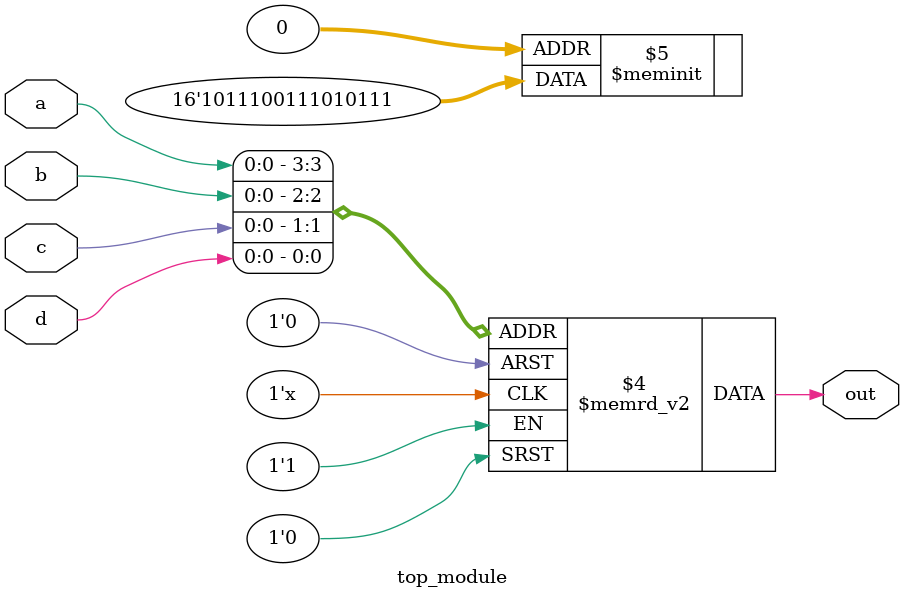
<source format=sv>
module top_module (
    input a, 
    input b,
    input c,
    input d,
    output reg out
);

always @(*) begin
    case ({a, b, c, d})
        4'b0000: out = 1'b1;
        4'b0001: out = 1'b1;
        4'b0010: out = 1'b1;
        4'b0011: out = 1'b0;
        4'b0100: out = 1'b1;
        4'b0101: out = 1'b0;
        4'b0110: out = 1'b1;
        4'b0111: out = 1'b1;
        4'b1000: out = 1'b1;
        4'b1001: out = 1'b0;
        4'b1010: out = 1'b0;
        4'b1011: out = 1'b1;
        4'b1100: out = 1'b1;
        4'b1101: out = 1'b1;
        4'b1110: out = 1'b0;
        4'b1111: out = 1'b1;
    endcase
end

endmodule

</source>
